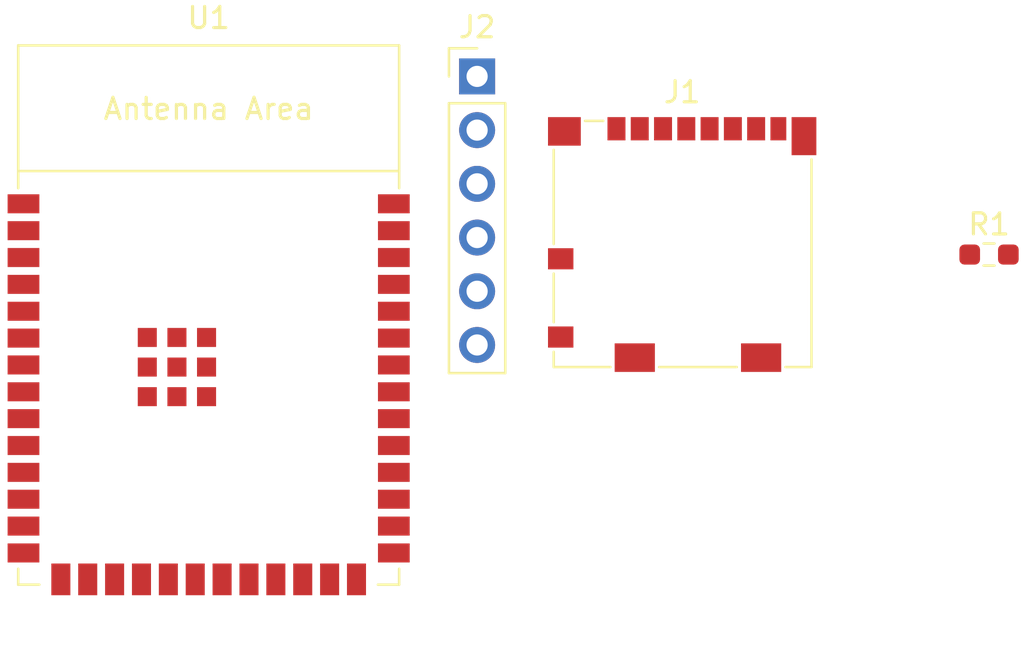
<source format=kicad_pcb>
(kicad_pcb (version 20211014) (generator pcbnew)
  (layers (0 "F.Cu" signal) (31 "B.Cu" signal) (34 "B.Paste" user) (35 "F.Paste" user) (36 "B.SilkS" user "B.Silkscreen") (37 "F.SilkS" user "F.Silkscreen") (38 "B.Mask" user) (39 "F.Mask" user) (44 "Edge.Cuts" user))
  (net 0 "")
  (net 1 "/DATA_2")
  (net 2 "/DATA_3")
  (net 3 "/CMD")
  (net 4 "+3V3")
  (net 5 "/CLK")
  (net 6 "GND")
  (net 7 "/DATA_0")
  (net 8 "/DATA_1")
  (net 9 "/I2S_1_SCK")
  (net 10 "/I2S_1_SD")
  (net 11 "/I2S_1_WS")
  (net 12 "/ESP_EN")
  (net 13 "GPIO_4")
  (net 14 "GPIO_5")
  (net 15 "GPIO_6")
  (net 16 "GPIO_7")
  (net 17 "GPIO_15")
  (net 18 "GPIO_16")
  (net 19 "GPIO_17")
  (net 20 "GPIO_18")
  (net 21 "GPIO_8")
  (net 22 "D-")
  (net 23 "D+")
  (net 24 "GPIO_3")
  (net 25 "GPIO_46")
  (net 26 "GPIO_9")
  (net 27 "GPIO_10")
  (net 28 "GPIO_11")
  (net 29 "GPIO_12")
  (net 30 "GPIO_13")
  (net 31 "GPIO_14")
  (net 32 "GPIO_21")
  (net 33 "GPIO_47")
  (net 34 "GPIO_48")
  (net 35 "GPIO_45")
  (net 36 "/ESP_BOOT")
  (net 37 "GPIO_35")
  (net 38 "GPIO_36")
  (net 39 "GPIO_37")
  (net 40 "GPIO_38")
  (net 41 "GPIO_39")
  (net 42 "GPIO_40")
  (net 43 "GPIO_41")
  (net 44 "GPIO_42")
  (net 45 "GPIO_44")
  (net 46 "GPIO_43")
  (net 47 "GPIO_2")
  (net 48 "GPIO_1")
  (net 49 "/CARD_DETECT")
  (footprint "Connector_Card:microSD_HC_Molex_104031-0811" (layer "F.Cu") (at 264.5 37.8)
    (fp_text reference "J1" (at 0 -7.18) (layer "F.SilkS"))
    (fp_text value "Micro_SD_Card_Det")
    (fp_line (start -6.07 1.4) (end -6.07 3.7) (layer "F.SilkS") (width 0.12))
    (fp_line (start -6.07 5.82) (end -3.39 5.82) (layer "F.SilkS") (width 0.12))
    (fp_line (start -6.07 5.1) (end -6.07 5.82) (layer "F.SilkS") (width 0.12))
    (fp_line (start -1.09 5.82) (end 2.58 5.82) (layer "F.SilkS") (width 0.12))
    (fp_line (start 6.11 5.82) (end 6.11 -4) (layer "F.SilkS") (width 0.12))
    (fp_line (start -6.07 -4.45) (end -6.07 0) (layer "F.SilkS") (width 0.12))
    (fp_line (start 4.88 5.82) (end 6.11 5.82) (layer "F.SilkS") (width 0.12))
    (fp_line (start -4.59 -5.82) (end -3.73 -5.82) (layer "F.SilkS") (width 0.12))
    (pad "1" smd rect (at -3.105 -5.45) (size 0.85 1.1) (layers "F.Cu" "F.Paste" "F.Mask") (net 1 "/DATA_2"))
    (pad "2" smd rect (at -2.005 -5.45) (size 0.85 1.1) (layers "F.Cu" "F.Paste" "F.Mask") (net 2 "/DATA_3"))
    (pad "3" smd rect (at -0.905 -5.45) (size 0.85 1.1) (layers "F.Cu" "F.Paste" "F.Mask") (net 3 "/CMD"))
    (pad "4" smd rect (at 0.195 -5.45) (size 0.85 1.1) (layers "F.Cu" "F.Paste" "F.Mask") (net 4 "+3V3"))
    (pad "5" smd rect (at 1.295 -5.45) (size 0.85 1.1) (layers "F.Cu" "F.Paste" "F.Mask") (net 5 "/CLK"))
    (pad "6" smd rect (at 2.395 -5.45) (size 0.85 1.1) (layers "F.Cu" "F.Paste" "F.Mask") (net 6 "GND"))
    (pad "7" smd rect (at 3.495 -5.45) (size 0.85 1.1) (layers "F.Cu" "F.Paste" "F.Mask") (net 7 "/DATA_0"))
    (pad "8" smd rect (at 4.545 -5.45) (size 0.75 1.1) (layers "F.Cu" "F.Paste" "F.Mask") (net 8 "/DATA_1"))
    (pad "9" smd rect (at -5.74 0.7) (size 1.2 1) (layers "F.Cu" "F.Paste" "F.Mask") (net 6 "GND"))
    (pad "10" smd rect (at -5.74 4.4) (size 1.2 1) (layers "F.Cu" "F.Paste" "F.Mask") (net 49 "/CARD_DETECT"))
    (pad "11" smd rect (at -5.565 -5.325) (size 1.55 1.35) (layers "F.Cu" "F.Paste" "F.Mask") (net 6 "GND"))
    (pad "11" smd rect (at 3.73 5.375) (size 1.9 1.35) (layers "F.Cu" "F.Paste" "F.Mask") (net 6 "GND"))
    (pad "11" smd rect (at -2.24 5.375) (size 1.9 1.35) (layers "F.Cu" "F.Paste" "F.Mask") (net 6 "GND"))
    (pad "11" smd rect (at 5.755 -5.1) (size 1.17 1.8) (layers "F.Cu" "F.Paste" "F.Mask") (net 6 "GND"))
  )
  (footprint "Resistor_SMD:R_0603_1608Metric_Pad0.98x0.95mm_HandSolder" (layer "F.Cu") (at 279 38.3)
    (fp_text reference "R1" (at 0 -1.43) (layer "F.SilkS"))
    (fp_text value "10k")
    (fp_line (start -0.254724 0.5225) (end 0.254724 0.5225) (layer "F.SilkS") (width 0.12))
    (fp_line (start -0.254724 -0.5225) (end 0.254724 -0.5225) (layer "F.SilkS") (width 0.12))
    (pad "1" smd roundrect (at -0.9125 0) (size 0.975 0.95) (layers "F.Cu" "F.Paste" "F.Mask") (net 49 "/CARD_DETECT"))
    (pad "2" smd roundrect (at 0.9125 0) (size 0.975 0.95) (layers "F.Cu" "F.Paste" "F.Mask") (net 4 "+3V3"))
  )
  (footprint "Connector_PinHeader_2.54mm:PinHeader_1x06_P2.54mm_Vertical" (layer "F.Cu") (at 254.81 29.875)
    (fp_text reference "J2" (at 0 -2.33) (layer "F.SilkS"))
    (fp_text value "Conn_01x06")
    (fp_line (start -1.33 1.27) (end 1.33 1.27) (layer "F.SilkS") (width 0.12))
    (fp_line (start -1.33 14.03) (end 1.33 14.03) (layer "F.SilkS") (width 0.12))
    (fp_line (start -1.33 -1.33) (end 0 -1.33) (layer "F.SilkS") (width 0.12))
    (fp_line (start -1.33 1.27) (end -1.33 14.03) (layer "F.SilkS") (width 0.12))
    (fp_line (start -1.33 0) (end -1.33 -1.33) (layer "F.SilkS") (width 0.12))
    (fp_line (start 1.33 1.27) (end 1.33 14.03) (layer "F.SilkS") (width 0.12))
    (pad "1" thru_hole rect (at 0 0) (size 1.7 1.7) (drill 1) (layers *.Cu *.Mask) (net 6 "GND"))
    (pad "2" thru_hole oval (at 0 2.54) (size 1.7 1.7) (drill 1) (layers *.Cu *.Mask) (net 4 "+3V3"))
    (pad "3" thru_hole oval (at 0 5.08) (size 1.7 1.7) (drill 1) (layers *.Cu *.Mask) (net 6 "GND"))
    (pad "4" thru_hole oval (at 0 7.62) (size 1.7 1.7) (drill 1) (layers *.Cu *.Mask) (net 9 "/I2S_1_SCK"))
    (pad "5" thru_hole oval (at 0 10.16) (size 1.7 1.7) (drill 1) (layers *.Cu *.Mask) (net 10 "/I2S_1_SD"))
    (pad "6" thru_hole oval (at 0 12.7) (size 1.7 1.7) (drill 1) (layers *.Cu *.Mask) (net 11 "/I2S_1_WS"))
  )
  (footprint "Espressif:ESP32-S3-WROOM-1" (layer "F.Cu") (at 242.125 44.16)
    (fp_text reference "U1" (at 0 -17.05) (layer "F.SilkS"))
    (fp_text value "ESP32-S3-WROOM-1")
    (fp_text user "Antenna Area" (at 0 -12.75) (layer "F.SilkS"))
    (fp_line (start -9 9.75) (end -8 9.75) (layer "F.SilkS") (width 0.12))
    (fp_line (start 9 -15.75) (end 9 -9) (layer "F.SilkS") (width 0.12))
    (fp_line (start -9 9) (end -9 9.75) (layer "F.SilkS") (width 0.12))
    (fp_line (start -9 -15.75) (end 9 -15.75) (layer "F.SilkS") (width 0.12))
    (fp_line (start 9 -9.81) (end -9 -9.81) (layer "F.SilkS") (width 0.12))
    (fp_line (start 9 9.75) (end 8 9.75) (layer "F.SilkS") (width 0.12))
    (fp_line (start 9 9) (end 9 9.75) (layer "F.SilkS") (width 0.12))
    (fp_line (start -9 -15.75) (end -9 -9) (layer "F.SilkS") (width 0.12))
    (pad "1" smd rect (at -8.75 -8.26) (size 1.5 0.9) (layers "F.Cu" "F.Paste" "F.Mask") (net 6 "GND"))
    (pad "2" smd rect (at -8.75 -6.99) (size 1.5 0.9) (layers "F.Cu" "F.Paste" "F.Mask") (net 4 "+3V3"))
    (pad "3" smd rect (at -8.75 -5.72) (size 1.5 0.9) (layers "F.Cu" "F.Paste" "F.Mask") (net 12 "/ESP_EN"))
    (pad "4" smd rect (at -8.75 -4.45) (size 1.5 0.9) (layers "F.Cu" "F.Paste" "F.Mask") (net 13 "GPIO_4"))
    (pad "5" smd rect (at -8.75 -3.18) (size 1.5 0.9) (layers "F.Cu" "F.Paste" "F.Mask") (net 14 "GPIO_5"))
    (pad "6" smd rect (at -8.75 -1.91) (size 1.5 0.9) (layers "F.Cu" "F.Paste" "F.Mask") (net 15 "GPIO_6"))
    (pad "7" smd rect (at -8.75 -0.64) (size 1.5 0.9) (layers "F.Cu" "F.Paste" "F.Mask") (net 16 "GPIO_7"))
    (pad "8" smd rect (at -8.75 0.63) (size 1.5 0.9) (layers "F.Cu" "F.Paste" "F.Mask") (net 17 "GPIO_15"))
    (pad "9" smd rect (at -8.75 1.9) (size 1.5 0.9) (layers "F.Cu" "F.Paste" "F.Mask") (net 18 "GPIO_16"))
    (pad "10" smd rect (at -8.75 3.17) (size 1.5 0.9) (layers "F.Cu" "F.Paste" "F.Mask") (net 19 "GPIO_17"))
    (pad "11" smd rect (at -8.75 4.44) (size 1.5 0.9) (layers "F.Cu" "F.Paste" "F.Mask") (net 20 "GPIO_18"))
    (pad "12" smd rect (at -8.75 5.71) (size 1.5 0.9) (layers "F.Cu" "F.Paste" "F.Mask") (net 21 "GPIO_8"))
    (pad "13" smd rect (at -8.75 6.98) (size 1.5 0.9) (layers "F.Cu" "F.Paste" "F.Mask") (net 22 "D-"))
    (pad "14" smd rect (at -8.75 8.25) (size 1.5 0.9) (layers "F.Cu" "F.Paste" "F.Mask") (net 23 "D+"))
    (pad "15" smd rect (at -6.985 9.5 90) (size 1.5 0.9) (layers "F.Cu" "F.Paste" "F.Mask") (net 24 "GPIO_3"))
    (pad "16" smd rect (at -5.715 9.5 90) (size 1.5 0.9) (layers "F.Cu" "F.Paste" "F.Mask") (net 25 "GPIO_46"))
    (pad "17" smd rect (at -4.445 9.5 90) (size 1.5 0.9) (layers "F.Cu" "F.Paste" "F.Mask") (net 26 "GPIO_9"))
    (pad "18" smd rect (at -3.175 9.5 90) (size 1.5 0.9) (layers "F.Cu" "F.Paste" "F.Mask") (net 27 "GPIO_10"))
    (pad "19" smd rect (at -1.905 9.5 90) (size 1.5 0.9) (layers "F.Cu" "F.Paste" "F.Mask") (net 28 "GPIO_11"))
    (pad "20" smd rect (at -0.635 9.5 90) (size 1.5 0.9) (layers "F.Cu" "F.Paste" "F.Mask") (net 29 "GPIO_12"))
    (pad "21" smd rect (at 0.635 9.5 90) (size 1.5 0.9) (layers "F.Cu" "F.Paste" "F.Mask") (net 30 "GPIO_13"))
    (pad "22" smd rect (at 1.905 9.5 90) (size 1.5 0.9) (layers "F.Cu" "F.Paste" "F.Mask") (net 31 "GPIO_14"))
    (pad "23" smd rect (at 3.175 9.5 90) (size 1.5 0.9) (layers "F.Cu" "F.Paste" "F.Mask") (net 32 "GPIO_21"))
    (pad "24" smd rect (at 4.445 9.5 90) (size 1.5 0.9) (layers "F.Cu" "F.Paste" "F.Mask") (net 33 "GPIO_47"))
    (pad "25" smd rect (at 5.715 9.5 90) (size 1.5 0.9) (layers "F.Cu" "F.Paste" "F.Mask") (net 34 "GPIO_48"))
    (pad "26" smd rect (at 6.985 9.5 90) (size 1.5 0.9) (layers "F.Cu" "F.Paste" "F.Mask") (net 35 "GPIO_45"))
    (pad "27" smd rect (at 8.75 8.25 180) (size 1.5 0.9) (layers "F.Cu" "F.Paste" "F.Mask") (net 36 "/ESP_BOOT"))
    (pad "28" smd rect (at 8.75 6.98 180) (size 1.5 0.9) (layers "F.Cu" "F.Paste" "F.Mask") (net 37 "GPIO_35"))
    (pad "29" smd rect (at 8.75 5.71 180) (size 1.5 0.9) (layers "F.Cu" "F.Paste" "F.Mask") (net 38 "GPIO_36"))
    (pad "30" smd rect (at 8.75 4.44 180) (size 1.5 0.9) (layers "F.Cu" "F.Paste" "F.Mask") (net 39 "GPIO_37"))
    (pad "31" smd rect (at 8.75 3.17 180) (size 1.5 0.9) (layers "F.Cu" "F.Paste" "F.Mask") (net 40 "GPIO_38"))
    (pad "32" smd rect (at 8.75 1.9 180) (size 1.5 0.9) (layers "F.Cu" "F.Paste" "F.Mask") (net 41 "GPIO_39"))
    (pad "33" smd rect (at 8.75 0.63 180) (size 1.5 0.9) (layers "F.Cu" "F.Paste" "F.Mask") (net 42 "GPIO_40"))
    (pad "34" smd rect (at 8.75 -0.64 180) (size 1.5 0.9) (layers "F.Cu" "F.Paste" "F.Mask") (net 43 "GPIO_41"))
    (pad "35" smd rect (at 8.75 -1.91 180) (size 1.5 0.9) (layers "F.Cu" "F.Paste" "F.Mask") (net 44 "GPIO_42"))
    (pad "36" smd rect (at 8.75 -3.18 180) (size 1.5 0.9) (layers "F.Cu" "F.Paste" "F.Mask") (net 45 "GPIO_44"))
    (pad "37" smd rect (at 8.75 -4.45 180) (size 1.5 0.9) (layers "F.Cu" "F.Paste" "F.Mask") (net 46 "GPIO_43"))
    (pad "38" smd rect (at 8.75 -5.72 180) (size 1.5 0.9) (layers "F.Cu" "F.Paste" "F.Mask") (net 47 "GPIO_2"))
    (pad "39" smd rect (at 8.75 -6.99 180) (size 1.5 0.9) (layers "F.Cu" "F.Paste" "F.Mask") (net 48 "GPIO_1"))
    (pad "40" smd rect (at 8.75 -8.26 180) (size 1.5 0.9) (layers "F.Cu" "F.Paste" "F.Mask") (net 6 "GND"))
    (pad "41" smd rect (at -0.1 -0.54 180) (size 0.9 0.9) (layers "F.Cu" "F.Paste" "F.Mask") (net 6 "GND"))
    (pad "41" smd rect (at -1.5 -0.54 180) (size 0.9 0.9) (layers "F.Cu" "F.Paste" "F.Mask") (net 6 "GND"))
    (pad "41" smd rect (at -0.1 -1.94 180) (size 0.9 0.9) (layers "F.Cu" "F.Paste" "F.Mask") (net 6 "GND"))
    (pad "41" smd rect (at -1.5 0.86 180) (size 0.9 0.9) (layers "F.Cu" "F.Paste" "F.Mask") (net 6 "GND"))
    (pad "41" smd rect (at -2.9 0.86 180) (size 0.9 0.9) (layers "F.Cu" "F.Paste" "F.Mask") (net 6 "GND"))
    (pad "41" smd rect (at -1.5 -1.94 180) (size 0.9 0.9) (layers "F.Cu" "F.Paste" "F.Mask") (net 6 "GND"))
    (pad "41" smd rect (at -0.1 0.86 180) (size 0.9 0.9) (layers "F.Cu" "F.Paste" "F.Mask") (net 6 "GND"))
    (pad "41" smd rect (at -2.9 -0.54 180) (size 0.9 0.9) (layers "F.Cu" "F.Paste" "F.Mask") (net 6 "GND"))
    (pad "41" smd rect (at -2.9 -1.94 180) (size 0.9 0.9) (layers "F.Cu" "F.Paste" "F.Mask") (net 6 "GND"))
  )
)
</source>
